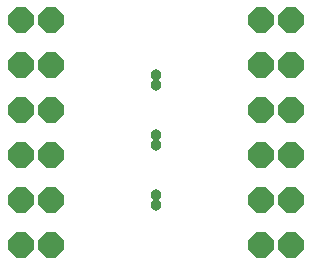
<source format=gbs>
G75*
%MOIN*%
%OFA0B0*%
%FSLAX24Y24*%
%IPPOS*%
%LPD*%
%AMOC8*
5,1,8,0,0,1.08239X$1,22.5*
%
%ADD10C,0.0380*%
%ADD11OC8,0.0840*%
D10*
X005330Y001970D03*
X005330Y002290D03*
X005330Y003970D03*
X005330Y004290D03*
X005330Y005970D03*
X005330Y006290D03*
D11*
X000830Y000630D03*
X001830Y000630D03*
X001830Y002130D03*
X000830Y002130D03*
X000830Y003630D03*
X001830Y003630D03*
X001830Y005130D03*
X000830Y005130D03*
X000830Y006630D03*
X001830Y006630D03*
X001830Y008130D03*
X000830Y008130D03*
X000830Y008130D03*
X008830Y008130D03*
X008830Y008130D03*
X009830Y008130D03*
X009830Y006630D03*
X008830Y006630D03*
X008830Y005130D03*
X009830Y005130D03*
X009830Y003630D03*
X008830Y003630D03*
X008830Y002130D03*
X009830Y002130D03*
X009830Y000630D03*
X008830Y000630D03*
M02*

</source>
